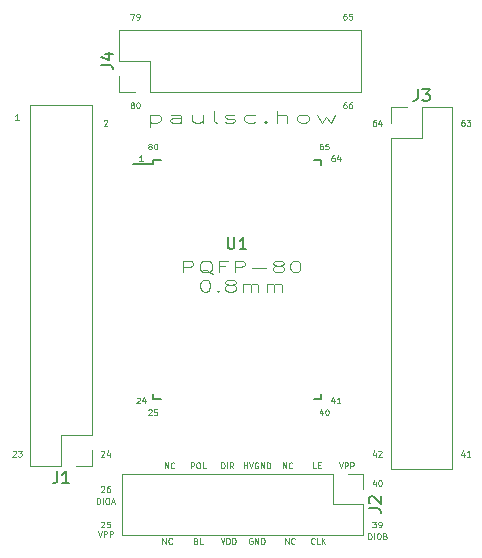
<source format=gbr>
G04 #@! TF.GenerationSoftware,KiCad,Pcbnew,(5.1.2)-2*
G04 #@! TF.CreationDate,2019-08-20T02:28:55-06:00*
G04 #@! TF.ProjectId,pqfp_80_breakout,70716670-5f38-4305-9f62-7265616b6f75,rev?*
G04 #@! TF.SameCoordinates,Original*
G04 #@! TF.FileFunction,Legend,Top*
G04 #@! TF.FilePolarity,Positive*
%FSLAX46Y46*%
G04 Gerber Fmt 4.6, Leading zero omitted, Abs format (unit mm)*
G04 Created by KiCad (PCBNEW (5.1.2)-2) date 2019-08-20 02:28:55*
%MOMM*%
%LPD*%
G04 APERTURE LIST*
%ADD10C,0.125000*%
%ADD11C,0.120000*%
%ADD12C,0.150000*%
G04 APERTURE END LIST*
D10*
X154507142Y-90226190D02*
X154507142Y-89726190D01*
X154792857Y-90226190D01*
X154792857Y-89726190D01*
X155316666Y-90178571D02*
X155292857Y-90202380D01*
X155221428Y-90226190D01*
X155173809Y-90226190D01*
X155102380Y-90202380D01*
X155054761Y-90154761D01*
X155030952Y-90107142D01*
X155007142Y-90011904D01*
X155007142Y-89940476D01*
X155030952Y-89845238D01*
X155054761Y-89797619D01*
X155102380Y-89750000D01*
X155173809Y-89726190D01*
X155221428Y-89726190D01*
X155292857Y-89750000D01*
X155316666Y-89773809D01*
X154707142Y-96626190D02*
X154707142Y-96126190D01*
X154992857Y-96626190D01*
X154992857Y-96126190D01*
X155516666Y-96578571D02*
X155492857Y-96602380D01*
X155421428Y-96626190D01*
X155373809Y-96626190D01*
X155302380Y-96602380D01*
X155254761Y-96554761D01*
X155230952Y-96507142D01*
X155207142Y-96411904D01*
X155207142Y-96340476D01*
X155230952Y-96245238D01*
X155254761Y-96197619D01*
X155302380Y-96150000D01*
X155373809Y-96126190D01*
X155421428Y-96126190D01*
X155492857Y-96150000D01*
X155516666Y-96173809D01*
X159233333Y-89726190D02*
X159400000Y-90226190D01*
X159566666Y-89726190D01*
X159733333Y-90226190D02*
X159733333Y-89726190D01*
X159923809Y-89726190D01*
X159971428Y-89750000D01*
X159995238Y-89773809D01*
X160019047Y-89821428D01*
X160019047Y-89892857D01*
X159995238Y-89940476D01*
X159971428Y-89964285D01*
X159923809Y-89988095D01*
X159733333Y-89988095D01*
X160233333Y-90226190D02*
X160233333Y-89726190D01*
X160423809Y-89726190D01*
X160471428Y-89750000D01*
X160495238Y-89773809D01*
X160519047Y-89821428D01*
X160519047Y-89892857D01*
X160495238Y-89940476D01*
X160471428Y-89964285D01*
X160423809Y-89988095D01*
X160233333Y-89988095D01*
X161738095Y-96226190D02*
X161738095Y-95726190D01*
X161857142Y-95726190D01*
X161928571Y-95750000D01*
X161976190Y-95797619D01*
X162000000Y-95845238D01*
X162023809Y-95940476D01*
X162023809Y-96011904D01*
X162000000Y-96107142D01*
X161976190Y-96154761D01*
X161928571Y-96202380D01*
X161857142Y-96226190D01*
X161738095Y-96226190D01*
X162238095Y-96226190D02*
X162238095Y-95726190D01*
X162571428Y-95726190D02*
X162666666Y-95726190D01*
X162714285Y-95750000D01*
X162761904Y-95797619D01*
X162785714Y-95892857D01*
X162785714Y-96059523D01*
X162761904Y-96154761D01*
X162714285Y-96202380D01*
X162666666Y-96226190D01*
X162571428Y-96226190D01*
X162523809Y-96202380D01*
X162476190Y-96154761D01*
X162452380Y-96059523D01*
X162452380Y-95892857D01*
X162476190Y-95797619D01*
X162523809Y-95750000D01*
X162571428Y-95726190D01*
X163166666Y-95964285D02*
X163238095Y-95988095D01*
X163261904Y-96011904D01*
X163285714Y-96059523D01*
X163285714Y-96130952D01*
X163261904Y-96178571D01*
X163238095Y-96202380D01*
X163190476Y-96226190D01*
X163000000Y-96226190D01*
X163000000Y-95726190D01*
X163166666Y-95726190D01*
X163214285Y-95750000D01*
X163238095Y-95773809D01*
X163261904Y-95821428D01*
X163261904Y-95869047D01*
X163238095Y-95916666D01*
X163214285Y-95940476D01*
X163166666Y-95964285D01*
X163000000Y-95964285D01*
X157328571Y-90226190D02*
X157090476Y-90226190D01*
X157090476Y-89726190D01*
X157495238Y-89964285D02*
X157661904Y-89964285D01*
X157733333Y-90226190D02*
X157495238Y-90226190D01*
X157495238Y-89726190D01*
X157733333Y-89726190D01*
X157202380Y-96578571D02*
X157178571Y-96602380D01*
X157107142Y-96626190D01*
X157059523Y-96626190D01*
X156988095Y-96602380D01*
X156940476Y-96554761D01*
X156916666Y-96507142D01*
X156892857Y-96411904D01*
X156892857Y-96340476D01*
X156916666Y-96245238D01*
X156940476Y-96197619D01*
X156988095Y-96150000D01*
X157059523Y-96126190D01*
X157107142Y-96126190D01*
X157178571Y-96150000D01*
X157202380Y-96173809D01*
X157654761Y-96626190D02*
X157416666Y-96626190D01*
X157416666Y-96126190D01*
X157821428Y-96626190D02*
X157821428Y-96126190D01*
X158107142Y-96626190D02*
X157892857Y-96340476D01*
X158107142Y-96126190D02*
X157821428Y-96411904D01*
X144507142Y-90226190D02*
X144507142Y-89726190D01*
X144792857Y-90226190D01*
X144792857Y-89726190D01*
X145316666Y-90178571D02*
X145292857Y-90202380D01*
X145221428Y-90226190D01*
X145173809Y-90226190D01*
X145102380Y-90202380D01*
X145054761Y-90154761D01*
X145030952Y-90107142D01*
X145007142Y-90011904D01*
X145007142Y-89940476D01*
X145030952Y-89845238D01*
X145054761Y-89797619D01*
X145102380Y-89750000D01*
X145173809Y-89726190D01*
X145221428Y-89726190D01*
X145292857Y-89750000D01*
X145316666Y-89773809D01*
X144307142Y-96626190D02*
X144307142Y-96126190D01*
X144592857Y-96626190D01*
X144592857Y-96126190D01*
X145116666Y-96578571D02*
X145092857Y-96602380D01*
X145021428Y-96626190D01*
X144973809Y-96626190D01*
X144902380Y-96602380D01*
X144854761Y-96554761D01*
X144830952Y-96507142D01*
X144807142Y-96411904D01*
X144807142Y-96340476D01*
X144830952Y-96245238D01*
X144854761Y-96197619D01*
X144902380Y-96150000D01*
X144973809Y-96126190D01*
X145021428Y-96126190D01*
X145092857Y-96150000D01*
X145116666Y-96173809D01*
X151180952Y-90226190D02*
X151180952Y-89726190D01*
X151180952Y-89964285D02*
X151466666Y-89964285D01*
X151466666Y-90226190D02*
X151466666Y-89726190D01*
X151633333Y-89726190D02*
X151800000Y-90226190D01*
X151966666Y-89726190D01*
X152395238Y-89750000D02*
X152347619Y-89726190D01*
X152276190Y-89726190D01*
X152204761Y-89750000D01*
X152157142Y-89797619D01*
X152133333Y-89845238D01*
X152109523Y-89940476D01*
X152109523Y-90011904D01*
X152133333Y-90107142D01*
X152157142Y-90154761D01*
X152204761Y-90202380D01*
X152276190Y-90226190D01*
X152323809Y-90226190D01*
X152395238Y-90202380D01*
X152419047Y-90178571D01*
X152419047Y-90011904D01*
X152323809Y-90011904D01*
X152633333Y-90226190D02*
X152633333Y-89726190D01*
X152919047Y-90226190D01*
X152919047Y-89726190D01*
X153157142Y-90226190D02*
X153157142Y-89726190D01*
X153276190Y-89726190D01*
X153347619Y-89750000D01*
X153395238Y-89797619D01*
X153419047Y-89845238D01*
X153442857Y-89940476D01*
X153442857Y-90011904D01*
X153419047Y-90107142D01*
X153395238Y-90154761D01*
X153347619Y-90202380D01*
X153276190Y-90226190D01*
X153157142Y-90226190D01*
X151919047Y-96150000D02*
X151871428Y-96126190D01*
X151800000Y-96126190D01*
X151728571Y-96150000D01*
X151680952Y-96197619D01*
X151657142Y-96245238D01*
X151633333Y-96340476D01*
X151633333Y-96411904D01*
X151657142Y-96507142D01*
X151680952Y-96554761D01*
X151728571Y-96602380D01*
X151800000Y-96626190D01*
X151847619Y-96626190D01*
X151919047Y-96602380D01*
X151942857Y-96578571D01*
X151942857Y-96411904D01*
X151847619Y-96411904D01*
X152157142Y-96626190D02*
X152157142Y-96126190D01*
X152442857Y-96626190D01*
X152442857Y-96126190D01*
X152680952Y-96626190D02*
X152680952Y-96126190D01*
X152800000Y-96126190D01*
X152871428Y-96150000D01*
X152919047Y-96197619D01*
X152942857Y-96245238D01*
X152966666Y-96340476D01*
X152966666Y-96411904D01*
X152942857Y-96507142D01*
X152919047Y-96554761D01*
X152871428Y-96602380D01*
X152800000Y-96626190D01*
X152680952Y-96626190D01*
X149300000Y-90226190D02*
X149300000Y-89726190D01*
X149419047Y-89726190D01*
X149490476Y-89750000D01*
X149538095Y-89797619D01*
X149561904Y-89845238D01*
X149585714Y-89940476D01*
X149585714Y-90011904D01*
X149561904Y-90107142D01*
X149538095Y-90154761D01*
X149490476Y-90202380D01*
X149419047Y-90226190D01*
X149300000Y-90226190D01*
X149800000Y-90226190D02*
X149800000Y-89726190D01*
X150323809Y-90226190D02*
X150157142Y-89988095D01*
X150038095Y-90226190D02*
X150038095Y-89726190D01*
X150228571Y-89726190D01*
X150276190Y-89750000D01*
X150300000Y-89773809D01*
X150323809Y-89821428D01*
X150323809Y-89892857D01*
X150300000Y-89940476D01*
X150276190Y-89964285D01*
X150228571Y-89988095D01*
X150038095Y-89988095D01*
X149233333Y-96126190D02*
X149400000Y-96626190D01*
X149566666Y-96126190D01*
X149733333Y-96626190D02*
X149733333Y-96126190D01*
X149852380Y-96126190D01*
X149923809Y-96150000D01*
X149971428Y-96197619D01*
X149995238Y-96245238D01*
X150019047Y-96340476D01*
X150019047Y-96411904D01*
X149995238Y-96507142D01*
X149971428Y-96554761D01*
X149923809Y-96602380D01*
X149852380Y-96626190D01*
X149733333Y-96626190D01*
X150233333Y-96626190D02*
X150233333Y-96126190D01*
X150352380Y-96126190D01*
X150423809Y-96150000D01*
X150471428Y-96197619D01*
X150495238Y-96245238D01*
X150519047Y-96340476D01*
X150519047Y-96411904D01*
X150495238Y-96507142D01*
X150471428Y-96554761D01*
X150423809Y-96602380D01*
X150352380Y-96626190D01*
X150233333Y-96626190D01*
X146704761Y-90226190D02*
X146704761Y-89726190D01*
X146895238Y-89726190D01*
X146942857Y-89750000D01*
X146966666Y-89773809D01*
X146990476Y-89821428D01*
X146990476Y-89892857D01*
X146966666Y-89940476D01*
X146942857Y-89964285D01*
X146895238Y-89988095D01*
X146704761Y-89988095D01*
X147300000Y-89726190D02*
X147395238Y-89726190D01*
X147442857Y-89750000D01*
X147490476Y-89797619D01*
X147514285Y-89892857D01*
X147514285Y-90059523D01*
X147490476Y-90154761D01*
X147442857Y-90202380D01*
X147395238Y-90226190D01*
X147300000Y-90226190D01*
X147252380Y-90202380D01*
X147204761Y-90154761D01*
X147180952Y-90059523D01*
X147180952Y-89892857D01*
X147204761Y-89797619D01*
X147252380Y-89750000D01*
X147300000Y-89726190D01*
X147966666Y-90226190D02*
X147728571Y-90226190D01*
X147728571Y-89726190D01*
X147133333Y-96364285D02*
X147204761Y-96388095D01*
X147228571Y-96411904D01*
X147252380Y-96459523D01*
X147252380Y-96530952D01*
X147228571Y-96578571D01*
X147204761Y-96602380D01*
X147157142Y-96626190D01*
X146966666Y-96626190D01*
X146966666Y-96126190D01*
X147133333Y-96126190D01*
X147180952Y-96150000D01*
X147204761Y-96173809D01*
X147228571Y-96221428D01*
X147228571Y-96269047D01*
X147204761Y-96316666D01*
X147180952Y-96340476D01*
X147133333Y-96364285D01*
X146966666Y-96364285D01*
X147704761Y-96626190D02*
X147466666Y-96626190D01*
X147466666Y-96126190D01*
X138773809Y-93226190D02*
X138773809Y-92726190D01*
X138892857Y-92726190D01*
X138964285Y-92750000D01*
X139011904Y-92797619D01*
X139035714Y-92845238D01*
X139059523Y-92940476D01*
X139059523Y-93011904D01*
X139035714Y-93107142D01*
X139011904Y-93154761D01*
X138964285Y-93202380D01*
X138892857Y-93226190D01*
X138773809Y-93226190D01*
X139273809Y-93226190D02*
X139273809Y-92726190D01*
X139607142Y-92726190D02*
X139702380Y-92726190D01*
X139750000Y-92750000D01*
X139797619Y-92797619D01*
X139821428Y-92892857D01*
X139821428Y-93059523D01*
X139797619Y-93154761D01*
X139750000Y-93202380D01*
X139702380Y-93226190D01*
X139607142Y-93226190D01*
X139559523Y-93202380D01*
X139511904Y-93154761D01*
X139488095Y-93059523D01*
X139488095Y-92892857D01*
X139511904Y-92797619D01*
X139559523Y-92750000D01*
X139607142Y-92726190D01*
X140011904Y-93083333D02*
X140250000Y-93083333D01*
X139964285Y-93226190D02*
X140130952Y-92726190D01*
X140297619Y-93226190D01*
X138833333Y-95526190D02*
X139000000Y-96026190D01*
X139166666Y-95526190D01*
X139333333Y-96026190D02*
X139333333Y-95526190D01*
X139523809Y-95526190D01*
X139571428Y-95550000D01*
X139595238Y-95573809D01*
X139619047Y-95621428D01*
X139619047Y-95692857D01*
X139595238Y-95740476D01*
X139571428Y-95764285D01*
X139523809Y-95788095D01*
X139333333Y-95788095D01*
X139833333Y-96026190D02*
X139833333Y-95526190D01*
X140023809Y-95526190D01*
X140071428Y-95550000D01*
X140095238Y-95573809D01*
X140119047Y-95621428D01*
X140119047Y-95692857D01*
X140095238Y-95740476D01*
X140071428Y-95764285D01*
X140023809Y-95788095D01*
X139833333Y-95788095D01*
X146071428Y-73639880D02*
X146071428Y-72639880D01*
X146642857Y-72639880D01*
X146785714Y-72687500D01*
X146857142Y-72735119D01*
X146928571Y-72830357D01*
X146928571Y-72973214D01*
X146857142Y-73068452D01*
X146785714Y-73116071D01*
X146642857Y-73163690D01*
X146071428Y-73163690D01*
X148571428Y-73735119D02*
X148428571Y-73687500D01*
X148285714Y-73592261D01*
X148071428Y-73449404D01*
X147928571Y-73401785D01*
X147785714Y-73401785D01*
X147857142Y-73639880D02*
X147714285Y-73592261D01*
X147571428Y-73497023D01*
X147500000Y-73306547D01*
X147500000Y-72973214D01*
X147571428Y-72782738D01*
X147714285Y-72687500D01*
X147857142Y-72639880D01*
X148142857Y-72639880D01*
X148285714Y-72687500D01*
X148428571Y-72782738D01*
X148500000Y-72973214D01*
X148500000Y-73306547D01*
X148428571Y-73497023D01*
X148285714Y-73592261D01*
X148142857Y-73639880D01*
X147857142Y-73639880D01*
X149642857Y-73116071D02*
X149142857Y-73116071D01*
X149142857Y-73639880D02*
X149142857Y-72639880D01*
X149857142Y-72639880D01*
X150428571Y-73639880D02*
X150428571Y-72639880D01*
X151000000Y-72639880D01*
X151142857Y-72687500D01*
X151214285Y-72735119D01*
X151285714Y-72830357D01*
X151285714Y-72973214D01*
X151214285Y-73068452D01*
X151142857Y-73116071D01*
X151000000Y-73163690D01*
X150428571Y-73163690D01*
X151928571Y-73258928D02*
X153071428Y-73258928D01*
X154000000Y-73068452D02*
X153857142Y-73020833D01*
X153785714Y-72973214D01*
X153714285Y-72877976D01*
X153714285Y-72830357D01*
X153785714Y-72735119D01*
X153857142Y-72687500D01*
X154000000Y-72639880D01*
X154285714Y-72639880D01*
X154428571Y-72687500D01*
X154500000Y-72735119D01*
X154571428Y-72830357D01*
X154571428Y-72877976D01*
X154500000Y-72973214D01*
X154428571Y-73020833D01*
X154285714Y-73068452D01*
X154000000Y-73068452D01*
X153857142Y-73116071D01*
X153785714Y-73163690D01*
X153714285Y-73258928D01*
X153714285Y-73449404D01*
X153785714Y-73544642D01*
X153857142Y-73592261D01*
X154000000Y-73639880D01*
X154285714Y-73639880D01*
X154428571Y-73592261D01*
X154500000Y-73544642D01*
X154571428Y-73449404D01*
X154571428Y-73258928D01*
X154500000Y-73163690D01*
X154428571Y-73116071D01*
X154285714Y-73068452D01*
X155500000Y-72639880D02*
X155642857Y-72639880D01*
X155785714Y-72687500D01*
X155857142Y-72735119D01*
X155928571Y-72830357D01*
X156000000Y-73020833D01*
X156000000Y-73258928D01*
X155928571Y-73449404D01*
X155857142Y-73544642D01*
X155785714Y-73592261D01*
X155642857Y-73639880D01*
X155500000Y-73639880D01*
X155357142Y-73592261D01*
X155285714Y-73544642D01*
X155214285Y-73449404D01*
X155142857Y-73258928D01*
X155142857Y-73020833D01*
X155214285Y-72830357D01*
X155285714Y-72735119D01*
X155357142Y-72687500D01*
X155500000Y-72639880D01*
X147857142Y-74264880D02*
X148000000Y-74264880D01*
X148142857Y-74312500D01*
X148214285Y-74360119D01*
X148285714Y-74455357D01*
X148357142Y-74645833D01*
X148357142Y-74883928D01*
X148285714Y-75074404D01*
X148214285Y-75169642D01*
X148142857Y-75217261D01*
X148000000Y-75264880D01*
X147857142Y-75264880D01*
X147714285Y-75217261D01*
X147642857Y-75169642D01*
X147571428Y-75074404D01*
X147500000Y-74883928D01*
X147500000Y-74645833D01*
X147571428Y-74455357D01*
X147642857Y-74360119D01*
X147714285Y-74312500D01*
X147857142Y-74264880D01*
X149000000Y-75169642D02*
X149071428Y-75217261D01*
X149000000Y-75264880D01*
X148928571Y-75217261D01*
X149000000Y-75169642D01*
X149000000Y-75264880D01*
X149928571Y-74693452D02*
X149785714Y-74645833D01*
X149714285Y-74598214D01*
X149642857Y-74502976D01*
X149642857Y-74455357D01*
X149714285Y-74360119D01*
X149785714Y-74312500D01*
X149928571Y-74264880D01*
X150214285Y-74264880D01*
X150357142Y-74312500D01*
X150428571Y-74360119D01*
X150500000Y-74455357D01*
X150500000Y-74502976D01*
X150428571Y-74598214D01*
X150357142Y-74645833D01*
X150214285Y-74693452D01*
X149928571Y-74693452D01*
X149785714Y-74741071D01*
X149714285Y-74788690D01*
X149642857Y-74883928D01*
X149642857Y-75074404D01*
X149714285Y-75169642D01*
X149785714Y-75217261D01*
X149928571Y-75264880D01*
X150214285Y-75264880D01*
X150357142Y-75217261D01*
X150428571Y-75169642D01*
X150500000Y-75074404D01*
X150500000Y-74883928D01*
X150428571Y-74788690D01*
X150357142Y-74741071D01*
X150214285Y-74693452D01*
X151142857Y-75264880D02*
X151142857Y-74598214D01*
X151142857Y-74693452D02*
X151214285Y-74645833D01*
X151357142Y-74598214D01*
X151571428Y-74598214D01*
X151714285Y-74645833D01*
X151785714Y-74741071D01*
X151785714Y-75264880D01*
X151785714Y-74741071D02*
X151857142Y-74645833D01*
X152000000Y-74598214D01*
X152214285Y-74598214D01*
X152357142Y-74645833D01*
X152428571Y-74741071D01*
X152428571Y-75264880D01*
X153142857Y-75264880D02*
X153142857Y-74598214D01*
X153142857Y-74693452D02*
X153214285Y-74645833D01*
X153357142Y-74598214D01*
X153571428Y-74598214D01*
X153714285Y-74645833D01*
X153785714Y-74741071D01*
X153785714Y-75264880D01*
X153785714Y-74741071D02*
X153857142Y-74645833D01*
X154000000Y-74598214D01*
X154214285Y-74598214D01*
X154357142Y-74645833D01*
X154428571Y-74741071D01*
X154428571Y-75264880D01*
X143238095Y-60285714D02*
X143238095Y-61285714D01*
X143238095Y-60333333D02*
X143428571Y-60285714D01*
X143809523Y-60285714D01*
X144000000Y-60333333D01*
X144095238Y-60380952D01*
X144190476Y-60476190D01*
X144190476Y-60761904D01*
X144095238Y-60857142D01*
X144000000Y-60904761D01*
X143809523Y-60952380D01*
X143428571Y-60952380D01*
X143238095Y-60904761D01*
X145904761Y-60952380D02*
X145904761Y-60428571D01*
X145809523Y-60333333D01*
X145619047Y-60285714D01*
X145238095Y-60285714D01*
X145047619Y-60333333D01*
X145904761Y-60904761D02*
X145714285Y-60952380D01*
X145238095Y-60952380D01*
X145047619Y-60904761D01*
X144952380Y-60809523D01*
X144952380Y-60714285D01*
X145047619Y-60619047D01*
X145238095Y-60571428D01*
X145714285Y-60571428D01*
X145904761Y-60523809D01*
X147714285Y-60285714D02*
X147714285Y-60952380D01*
X146857142Y-60285714D02*
X146857142Y-60809523D01*
X146952380Y-60904761D01*
X147142857Y-60952380D01*
X147428571Y-60952380D01*
X147619047Y-60904761D01*
X147714285Y-60857142D01*
X148952380Y-60952380D02*
X148761904Y-60904761D01*
X148666666Y-60809523D01*
X148666666Y-59952380D01*
X149619047Y-60904761D02*
X149809523Y-60952380D01*
X150190476Y-60952380D01*
X150380952Y-60904761D01*
X150476190Y-60809523D01*
X150476190Y-60761904D01*
X150380952Y-60666666D01*
X150190476Y-60619047D01*
X149904761Y-60619047D01*
X149714285Y-60571428D01*
X149619047Y-60476190D01*
X149619047Y-60428571D01*
X149714285Y-60333333D01*
X149904761Y-60285714D01*
X150190476Y-60285714D01*
X150380952Y-60333333D01*
X152190476Y-60904761D02*
X152000000Y-60952380D01*
X151619047Y-60952380D01*
X151428571Y-60904761D01*
X151333333Y-60857142D01*
X151238095Y-60761904D01*
X151238095Y-60476190D01*
X151333333Y-60380952D01*
X151428571Y-60333333D01*
X151619047Y-60285714D01*
X152000000Y-60285714D01*
X152190476Y-60333333D01*
X153047619Y-60857142D02*
X153142857Y-60904761D01*
X153047619Y-60952380D01*
X152952380Y-60904761D01*
X153047619Y-60857142D01*
X153047619Y-60952380D01*
X154000000Y-60952380D02*
X154000000Y-59952380D01*
X154857142Y-60952380D02*
X154857142Y-60428571D01*
X154761904Y-60333333D01*
X154571428Y-60285714D01*
X154285714Y-60285714D01*
X154095238Y-60333333D01*
X154000000Y-60380952D01*
X156095238Y-60952380D02*
X155904761Y-60904761D01*
X155809523Y-60857142D01*
X155714285Y-60761904D01*
X155714285Y-60476190D01*
X155809523Y-60380952D01*
X155904761Y-60333333D01*
X156095238Y-60285714D01*
X156380952Y-60285714D01*
X156571428Y-60333333D01*
X156666666Y-60380952D01*
X156761904Y-60476190D01*
X156761904Y-60761904D01*
X156666666Y-60857142D01*
X156571428Y-60904761D01*
X156380952Y-60952380D01*
X156095238Y-60952380D01*
X157428571Y-60285714D02*
X157809523Y-60952380D01*
X158190476Y-60476190D01*
X158571428Y-60952380D01*
X158952380Y-60285714D01*
X141595238Y-51726190D02*
X141928571Y-51726190D01*
X141714285Y-52226190D01*
X142142857Y-52226190D02*
X142238095Y-52226190D01*
X142285714Y-52202380D01*
X142309523Y-52178571D01*
X142357142Y-52107142D01*
X142380952Y-52011904D01*
X142380952Y-51821428D01*
X142357142Y-51773809D01*
X142333333Y-51750000D01*
X142285714Y-51726190D01*
X142190476Y-51726190D01*
X142142857Y-51750000D01*
X142119047Y-51773809D01*
X142095238Y-51821428D01*
X142095238Y-51940476D01*
X142119047Y-51988095D01*
X142142857Y-52011904D01*
X142190476Y-52035714D01*
X142285714Y-52035714D01*
X142333333Y-52011904D01*
X142357142Y-51988095D01*
X142380952Y-51940476D01*
X141714285Y-59440476D02*
X141666666Y-59416666D01*
X141642857Y-59392857D01*
X141619047Y-59345238D01*
X141619047Y-59321428D01*
X141642857Y-59273809D01*
X141666666Y-59250000D01*
X141714285Y-59226190D01*
X141809523Y-59226190D01*
X141857142Y-59250000D01*
X141880952Y-59273809D01*
X141904761Y-59321428D01*
X141904761Y-59345238D01*
X141880952Y-59392857D01*
X141857142Y-59416666D01*
X141809523Y-59440476D01*
X141714285Y-59440476D01*
X141666666Y-59464285D01*
X141642857Y-59488095D01*
X141619047Y-59535714D01*
X141619047Y-59630952D01*
X141642857Y-59678571D01*
X141666666Y-59702380D01*
X141714285Y-59726190D01*
X141809523Y-59726190D01*
X141857142Y-59702380D01*
X141880952Y-59678571D01*
X141904761Y-59630952D01*
X141904761Y-59535714D01*
X141880952Y-59488095D01*
X141857142Y-59464285D01*
X141809523Y-59440476D01*
X142214285Y-59226190D02*
X142261904Y-59226190D01*
X142309523Y-59250000D01*
X142333333Y-59273809D01*
X142357142Y-59321428D01*
X142380952Y-59416666D01*
X142380952Y-59535714D01*
X142357142Y-59630952D01*
X142333333Y-59678571D01*
X142309523Y-59702380D01*
X142261904Y-59726190D01*
X142214285Y-59726190D01*
X142166666Y-59702380D01*
X142142857Y-59678571D01*
X142119047Y-59630952D01*
X142095238Y-59535714D01*
X142095238Y-59416666D01*
X142119047Y-59321428D01*
X142142857Y-59273809D01*
X142166666Y-59250000D01*
X142214285Y-59226190D01*
X159857142Y-51726190D02*
X159761904Y-51726190D01*
X159714285Y-51750000D01*
X159690476Y-51773809D01*
X159642857Y-51845238D01*
X159619047Y-51940476D01*
X159619047Y-52130952D01*
X159642857Y-52178571D01*
X159666666Y-52202380D01*
X159714285Y-52226190D01*
X159809523Y-52226190D01*
X159857142Y-52202380D01*
X159880952Y-52178571D01*
X159904761Y-52130952D01*
X159904761Y-52011904D01*
X159880952Y-51964285D01*
X159857142Y-51940476D01*
X159809523Y-51916666D01*
X159714285Y-51916666D01*
X159666666Y-51940476D01*
X159642857Y-51964285D01*
X159619047Y-52011904D01*
X160357142Y-51726190D02*
X160119047Y-51726190D01*
X160095238Y-51964285D01*
X160119047Y-51940476D01*
X160166666Y-51916666D01*
X160285714Y-51916666D01*
X160333333Y-51940476D01*
X160357142Y-51964285D01*
X160380952Y-52011904D01*
X160380952Y-52130952D01*
X160357142Y-52178571D01*
X160333333Y-52202380D01*
X160285714Y-52226190D01*
X160166666Y-52226190D01*
X160119047Y-52202380D01*
X160095238Y-52178571D01*
X159857142Y-59226190D02*
X159761904Y-59226190D01*
X159714285Y-59250000D01*
X159690476Y-59273809D01*
X159642857Y-59345238D01*
X159619047Y-59440476D01*
X159619047Y-59630952D01*
X159642857Y-59678571D01*
X159666666Y-59702380D01*
X159714285Y-59726190D01*
X159809523Y-59726190D01*
X159857142Y-59702380D01*
X159880952Y-59678571D01*
X159904761Y-59630952D01*
X159904761Y-59511904D01*
X159880952Y-59464285D01*
X159857142Y-59440476D01*
X159809523Y-59416666D01*
X159714285Y-59416666D01*
X159666666Y-59440476D01*
X159642857Y-59464285D01*
X159619047Y-59511904D01*
X160333333Y-59226190D02*
X160238095Y-59226190D01*
X160190476Y-59250000D01*
X160166666Y-59273809D01*
X160119047Y-59345238D01*
X160095238Y-59440476D01*
X160095238Y-59630952D01*
X160119047Y-59678571D01*
X160142857Y-59702380D01*
X160190476Y-59726190D01*
X160285714Y-59726190D01*
X160333333Y-59702380D01*
X160357142Y-59678571D01*
X160380952Y-59630952D01*
X160380952Y-59511904D01*
X160357142Y-59464285D01*
X160333333Y-59440476D01*
X160285714Y-59416666D01*
X160190476Y-59416666D01*
X160142857Y-59440476D01*
X160119047Y-59464285D01*
X160095238Y-59511904D01*
X162357142Y-60726190D02*
X162261904Y-60726190D01*
X162214285Y-60750000D01*
X162190476Y-60773809D01*
X162142857Y-60845238D01*
X162119047Y-60940476D01*
X162119047Y-61130952D01*
X162142857Y-61178571D01*
X162166666Y-61202380D01*
X162214285Y-61226190D01*
X162309523Y-61226190D01*
X162357142Y-61202380D01*
X162380952Y-61178571D01*
X162404761Y-61130952D01*
X162404761Y-61011904D01*
X162380952Y-60964285D01*
X162357142Y-60940476D01*
X162309523Y-60916666D01*
X162214285Y-60916666D01*
X162166666Y-60940476D01*
X162142857Y-60964285D01*
X162119047Y-61011904D01*
X162833333Y-60892857D02*
X162833333Y-61226190D01*
X162714285Y-60702380D02*
X162595238Y-61059523D01*
X162904761Y-61059523D01*
X169857142Y-60726190D02*
X169761904Y-60726190D01*
X169714285Y-60750000D01*
X169690476Y-60773809D01*
X169642857Y-60845238D01*
X169619047Y-60940476D01*
X169619047Y-61130952D01*
X169642857Y-61178571D01*
X169666666Y-61202380D01*
X169714285Y-61226190D01*
X169809523Y-61226190D01*
X169857142Y-61202380D01*
X169880952Y-61178571D01*
X169904761Y-61130952D01*
X169904761Y-61011904D01*
X169880952Y-60964285D01*
X169857142Y-60940476D01*
X169809523Y-60916666D01*
X169714285Y-60916666D01*
X169666666Y-60940476D01*
X169642857Y-60964285D01*
X169619047Y-61011904D01*
X170071428Y-60726190D02*
X170380952Y-60726190D01*
X170214285Y-60916666D01*
X170285714Y-60916666D01*
X170333333Y-60940476D01*
X170357142Y-60964285D01*
X170380952Y-61011904D01*
X170380952Y-61130952D01*
X170357142Y-61178571D01*
X170333333Y-61202380D01*
X170285714Y-61226190D01*
X170142857Y-61226190D01*
X170095238Y-61202380D01*
X170071428Y-61178571D01*
X162357142Y-88892857D02*
X162357142Y-89226190D01*
X162238095Y-88702380D02*
X162119047Y-89059523D01*
X162428571Y-89059523D01*
X162595238Y-88773809D02*
X162619047Y-88750000D01*
X162666666Y-88726190D01*
X162785714Y-88726190D01*
X162833333Y-88750000D01*
X162857142Y-88773809D01*
X162880952Y-88821428D01*
X162880952Y-88869047D01*
X162857142Y-88940476D01*
X162571428Y-89226190D01*
X162880952Y-89226190D01*
X169857142Y-88892857D02*
X169857142Y-89226190D01*
X169738095Y-88702380D02*
X169619047Y-89059523D01*
X169928571Y-89059523D01*
X170380952Y-89226190D02*
X170095238Y-89226190D01*
X170238095Y-89226190D02*
X170238095Y-88726190D01*
X170190476Y-88797619D01*
X170142857Y-88845238D01*
X170095238Y-88869047D01*
X162095238Y-94726190D02*
X162404761Y-94726190D01*
X162238095Y-94916666D01*
X162309523Y-94916666D01*
X162357142Y-94940476D01*
X162380952Y-94964285D01*
X162404761Y-95011904D01*
X162404761Y-95130952D01*
X162380952Y-95178571D01*
X162357142Y-95202380D01*
X162309523Y-95226190D01*
X162166666Y-95226190D01*
X162119047Y-95202380D01*
X162095238Y-95178571D01*
X162642857Y-95226190D02*
X162738095Y-95226190D01*
X162785714Y-95202380D01*
X162809523Y-95178571D01*
X162857142Y-95107142D01*
X162880952Y-95011904D01*
X162880952Y-94821428D01*
X162857142Y-94773809D01*
X162833333Y-94750000D01*
X162785714Y-94726190D01*
X162690476Y-94726190D01*
X162642857Y-94750000D01*
X162619047Y-94773809D01*
X162595238Y-94821428D01*
X162595238Y-94940476D01*
X162619047Y-94988095D01*
X162642857Y-95011904D01*
X162690476Y-95035714D01*
X162785714Y-95035714D01*
X162833333Y-95011904D01*
X162857142Y-94988095D01*
X162880952Y-94940476D01*
X162357142Y-91392857D02*
X162357142Y-91726190D01*
X162238095Y-91202380D02*
X162119047Y-91559523D01*
X162428571Y-91559523D01*
X162714285Y-91226190D02*
X162761904Y-91226190D01*
X162809523Y-91250000D01*
X162833333Y-91273809D01*
X162857142Y-91321428D01*
X162880952Y-91416666D01*
X162880952Y-91535714D01*
X162857142Y-91630952D01*
X162833333Y-91678571D01*
X162809523Y-91702380D01*
X162761904Y-91726190D01*
X162714285Y-91726190D01*
X162666666Y-91702380D01*
X162642857Y-91678571D01*
X162619047Y-91630952D01*
X162595238Y-91535714D01*
X162595238Y-91416666D01*
X162619047Y-91321428D01*
X162642857Y-91273809D01*
X162666666Y-91250000D01*
X162714285Y-91226190D01*
X139119047Y-94773809D02*
X139142857Y-94750000D01*
X139190476Y-94726190D01*
X139309523Y-94726190D01*
X139357142Y-94750000D01*
X139380952Y-94773809D01*
X139404761Y-94821428D01*
X139404761Y-94869047D01*
X139380952Y-94940476D01*
X139095238Y-95226190D01*
X139404761Y-95226190D01*
X139857142Y-94726190D02*
X139619047Y-94726190D01*
X139595238Y-94964285D01*
X139619047Y-94940476D01*
X139666666Y-94916666D01*
X139785714Y-94916666D01*
X139833333Y-94940476D01*
X139857142Y-94964285D01*
X139880952Y-95011904D01*
X139880952Y-95130952D01*
X139857142Y-95178571D01*
X139833333Y-95202380D01*
X139785714Y-95226190D01*
X139666666Y-95226190D01*
X139619047Y-95202380D01*
X139595238Y-95178571D01*
X139119047Y-91773809D02*
X139142857Y-91750000D01*
X139190476Y-91726190D01*
X139309523Y-91726190D01*
X139357142Y-91750000D01*
X139380952Y-91773809D01*
X139404761Y-91821428D01*
X139404761Y-91869047D01*
X139380952Y-91940476D01*
X139095238Y-92226190D01*
X139404761Y-92226190D01*
X139833333Y-91726190D02*
X139738095Y-91726190D01*
X139690476Y-91750000D01*
X139666666Y-91773809D01*
X139619047Y-91845238D01*
X139595238Y-91940476D01*
X139595238Y-92130952D01*
X139619047Y-92178571D01*
X139642857Y-92202380D01*
X139690476Y-92226190D01*
X139785714Y-92226190D01*
X139833333Y-92202380D01*
X139857142Y-92178571D01*
X139880952Y-92130952D01*
X139880952Y-92011904D01*
X139857142Y-91964285D01*
X139833333Y-91940476D01*
X139785714Y-91916666D01*
X139690476Y-91916666D01*
X139642857Y-91940476D01*
X139619047Y-91964285D01*
X139595238Y-92011904D01*
X139119047Y-88773809D02*
X139142857Y-88750000D01*
X139190476Y-88726190D01*
X139309523Y-88726190D01*
X139357142Y-88750000D01*
X139380952Y-88773809D01*
X139404761Y-88821428D01*
X139404761Y-88869047D01*
X139380952Y-88940476D01*
X139095238Y-89226190D01*
X139404761Y-89226190D01*
X139833333Y-88892857D02*
X139833333Y-89226190D01*
X139714285Y-88702380D02*
X139595238Y-89059523D01*
X139904761Y-89059523D01*
X131619047Y-88773809D02*
X131642857Y-88750000D01*
X131690476Y-88726190D01*
X131809523Y-88726190D01*
X131857142Y-88750000D01*
X131880952Y-88773809D01*
X131904761Y-88821428D01*
X131904761Y-88869047D01*
X131880952Y-88940476D01*
X131595238Y-89226190D01*
X131904761Y-89226190D01*
X132071428Y-88726190D02*
X132380952Y-88726190D01*
X132214285Y-88916666D01*
X132285714Y-88916666D01*
X132333333Y-88940476D01*
X132357142Y-88964285D01*
X132380952Y-89011904D01*
X132380952Y-89130952D01*
X132357142Y-89178571D01*
X132333333Y-89202380D01*
X132285714Y-89226190D01*
X132142857Y-89226190D01*
X132095238Y-89202380D01*
X132071428Y-89178571D01*
X139357142Y-60773809D02*
X139380952Y-60750000D01*
X139428571Y-60726190D01*
X139547619Y-60726190D01*
X139595238Y-60750000D01*
X139619047Y-60773809D01*
X139642857Y-60821428D01*
X139642857Y-60869047D01*
X139619047Y-60940476D01*
X139333333Y-61226190D01*
X139642857Y-61226190D01*
X132142857Y-60726190D02*
X131857142Y-60726190D01*
X132000000Y-60726190D02*
X132000000Y-60226190D01*
X131952380Y-60297619D01*
X131904761Y-60345238D01*
X131857142Y-60369047D01*
X142119047Y-84273809D02*
X142142857Y-84250000D01*
X142190476Y-84226190D01*
X142309523Y-84226190D01*
X142357142Y-84250000D01*
X142380952Y-84273809D01*
X142404761Y-84321428D01*
X142404761Y-84369047D01*
X142380952Y-84440476D01*
X142095238Y-84726190D01*
X142404761Y-84726190D01*
X142833333Y-84392857D02*
X142833333Y-84726190D01*
X142714285Y-84202380D02*
X142595238Y-84559523D01*
X142904761Y-84559523D01*
X143119047Y-85273809D02*
X143142857Y-85250000D01*
X143190476Y-85226190D01*
X143309523Y-85226190D01*
X143357142Y-85250000D01*
X143380952Y-85273809D01*
X143404761Y-85321428D01*
X143404761Y-85369047D01*
X143380952Y-85440476D01*
X143095238Y-85726190D01*
X143404761Y-85726190D01*
X143857142Y-85226190D02*
X143619047Y-85226190D01*
X143595238Y-85464285D01*
X143619047Y-85440476D01*
X143666666Y-85416666D01*
X143785714Y-85416666D01*
X143833333Y-85440476D01*
X143857142Y-85464285D01*
X143880952Y-85511904D01*
X143880952Y-85630952D01*
X143857142Y-85678571D01*
X143833333Y-85702380D01*
X143785714Y-85726190D01*
X143666666Y-85726190D01*
X143619047Y-85702380D01*
X143595238Y-85678571D01*
X157857142Y-85392857D02*
X157857142Y-85726190D01*
X157738095Y-85202380D02*
X157619047Y-85559523D01*
X157928571Y-85559523D01*
X158214285Y-85226190D02*
X158261904Y-85226190D01*
X158309523Y-85250000D01*
X158333333Y-85273809D01*
X158357142Y-85321428D01*
X158380952Y-85416666D01*
X158380952Y-85535714D01*
X158357142Y-85630952D01*
X158333333Y-85678571D01*
X158309523Y-85702380D01*
X158261904Y-85726190D01*
X158214285Y-85726190D01*
X158166666Y-85702380D01*
X158142857Y-85678571D01*
X158119047Y-85630952D01*
X158095238Y-85535714D01*
X158095238Y-85416666D01*
X158119047Y-85321428D01*
X158142857Y-85273809D01*
X158166666Y-85250000D01*
X158214285Y-85226190D01*
X158857142Y-84392857D02*
X158857142Y-84726190D01*
X158738095Y-84202380D02*
X158619047Y-84559523D01*
X158928571Y-84559523D01*
X159380952Y-84726190D02*
X159095238Y-84726190D01*
X159238095Y-84726190D02*
X159238095Y-84226190D01*
X159190476Y-84297619D01*
X159142857Y-84345238D01*
X159095238Y-84369047D01*
X158857142Y-63726190D02*
X158761904Y-63726190D01*
X158714285Y-63750000D01*
X158690476Y-63773809D01*
X158642857Y-63845238D01*
X158619047Y-63940476D01*
X158619047Y-64130952D01*
X158642857Y-64178571D01*
X158666666Y-64202380D01*
X158714285Y-64226190D01*
X158809523Y-64226190D01*
X158857142Y-64202380D01*
X158880952Y-64178571D01*
X158904761Y-64130952D01*
X158904761Y-64011904D01*
X158880952Y-63964285D01*
X158857142Y-63940476D01*
X158809523Y-63916666D01*
X158714285Y-63916666D01*
X158666666Y-63940476D01*
X158642857Y-63964285D01*
X158619047Y-64011904D01*
X159333333Y-63892857D02*
X159333333Y-64226190D01*
X159214285Y-63702380D02*
X159095238Y-64059523D01*
X159404761Y-64059523D01*
X157857142Y-62726190D02*
X157761904Y-62726190D01*
X157714285Y-62750000D01*
X157690476Y-62773809D01*
X157642857Y-62845238D01*
X157619047Y-62940476D01*
X157619047Y-63130952D01*
X157642857Y-63178571D01*
X157666666Y-63202380D01*
X157714285Y-63226190D01*
X157809523Y-63226190D01*
X157857142Y-63202380D01*
X157880952Y-63178571D01*
X157904761Y-63130952D01*
X157904761Y-63011904D01*
X157880952Y-62964285D01*
X157857142Y-62940476D01*
X157809523Y-62916666D01*
X157714285Y-62916666D01*
X157666666Y-62940476D01*
X157642857Y-62964285D01*
X157619047Y-63011904D01*
X158357142Y-62726190D02*
X158119047Y-62726190D01*
X158095238Y-62964285D01*
X158119047Y-62940476D01*
X158166666Y-62916666D01*
X158285714Y-62916666D01*
X158333333Y-62940476D01*
X158357142Y-62964285D01*
X158380952Y-63011904D01*
X158380952Y-63130952D01*
X158357142Y-63178571D01*
X158333333Y-63202380D01*
X158285714Y-63226190D01*
X158166666Y-63226190D01*
X158119047Y-63202380D01*
X158095238Y-63178571D01*
X143214285Y-62940476D02*
X143166666Y-62916666D01*
X143142857Y-62892857D01*
X143119047Y-62845238D01*
X143119047Y-62821428D01*
X143142857Y-62773809D01*
X143166666Y-62750000D01*
X143214285Y-62726190D01*
X143309523Y-62726190D01*
X143357142Y-62750000D01*
X143380952Y-62773809D01*
X143404761Y-62821428D01*
X143404761Y-62845238D01*
X143380952Y-62892857D01*
X143357142Y-62916666D01*
X143309523Y-62940476D01*
X143214285Y-62940476D01*
X143166666Y-62964285D01*
X143142857Y-62988095D01*
X143119047Y-63035714D01*
X143119047Y-63130952D01*
X143142857Y-63178571D01*
X143166666Y-63202380D01*
X143214285Y-63226190D01*
X143309523Y-63226190D01*
X143357142Y-63202380D01*
X143380952Y-63178571D01*
X143404761Y-63130952D01*
X143404761Y-63035714D01*
X143380952Y-62988095D01*
X143357142Y-62964285D01*
X143309523Y-62940476D01*
X143714285Y-62726190D02*
X143761904Y-62726190D01*
X143809523Y-62750000D01*
X143833333Y-62773809D01*
X143857142Y-62821428D01*
X143880952Y-62916666D01*
X143880952Y-63035714D01*
X143857142Y-63130952D01*
X143833333Y-63178571D01*
X143809523Y-63202380D01*
X143761904Y-63226190D01*
X143714285Y-63226190D01*
X143666666Y-63202380D01*
X143642857Y-63178571D01*
X143619047Y-63130952D01*
X143595238Y-63035714D01*
X143595238Y-62916666D01*
X143619047Y-62821428D01*
X143642857Y-62773809D01*
X143666666Y-62750000D01*
X143714285Y-62726190D01*
X142642857Y-64226190D02*
X142357142Y-64226190D01*
X142500000Y-64226190D02*
X142500000Y-63726190D01*
X142452380Y-63797619D01*
X142404761Y-63845238D01*
X142357142Y-63869047D01*
D11*
X140670000Y-58330000D02*
X140670000Y-57000000D01*
X142000000Y-58330000D02*
X140670000Y-58330000D01*
X140670000Y-55730000D02*
X140670000Y-53130000D01*
X143270000Y-55730000D02*
X140670000Y-55730000D01*
X143270000Y-58330000D02*
X143270000Y-55730000D01*
X140670000Y-53130000D02*
X161110000Y-53130000D01*
X143270000Y-58330000D02*
X161110000Y-58330000D01*
X161110000Y-58330000D02*
X161110000Y-53130000D01*
D12*
X143525000Y-64475000D02*
X141850000Y-64475000D01*
X157775000Y-64125000D02*
X157125000Y-64125000D01*
X157775000Y-84375000D02*
X157125000Y-84375000D01*
X143525000Y-84375000D02*
X144175000Y-84375000D01*
X143525000Y-64125000D02*
X144175000Y-64125000D01*
X143525000Y-84375000D02*
X143525000Y-83925000D01*
X157775000Y-84375000D02*
X157775000Y-83925000D01*
X157775000Y-64125000D02*
X157775000Y-64575000D01*
X143525000Y-64125000D02*
X143525000Y-64475000D01*
D11*
X163670000Y-59670000D02*
X165000000Y-59670000D01*
X163670000Y-61000000D02*
X163670000Y-59670000D01*
X166270000Y-59670000D02*
X168870000Y-59670000D01*
X166270000Y-62270000D02*
X166270000Y-59670000D01*
X163670000Y-62270000D02*
X166270000Y-62270000D01*
X168870000Y-59670000D02*
X168870000Y-90270000D01*
X163670000Y-62270000D02*
X163670000Y-90270000D01*
X163670000Y-90270000D02*
X168870000Y-90270000D01*
X161330000Y-90670000D02*
X161330000Y-92000000D01*
X160000000Y-90670000D02*
X161330000Y-90670000D01*
X161330000Y-93270000D02*
X161330000Y-95870000D01*
X158730000Y-93270000D02*
X161330000Y-93270000D01*
X158730000Y-90670000D02*
X158730000Y-93270000D01*
X161330000Y-95870000D02*
X140890000Y-95870000D01*
X158730000Y-90670000D02*
X140890000Y-90670000D01*
X140890000Y-90670000D02*
X140890000Y-95870000D01*
X138330000Y-90030000D02*
X137000000Y-90030000D01*
X138330000Y-88700000D02*
X138330000Y-90030000D01*
X135730000Y-90030000D02*
X133130000Y-90030000D01*
X135730000Y-87430000D02*
X135730000Y-90030000D01*
X138330000Y-87430000D02*
X135730000Y-87430000D01*
X133130000Y-90030000D02*
X133130000Y-59430000D01*
X138330000Y-87430000D02*
X138330000Y-59430000D01*
X138330000Y-59430000D02*
X133130000Y-59430000D01*
D12*
X139122380Y-56063333D02*
X139836666Y-56063333D01*
X139979523Y-56110952D01*
X140074761Y-56206190D01*
X140122380Y-56349047D01*
X140122380Y-56444285D01*
X139455714Y-55158571D02*
X140122380Y-55158571D01*
X139074761Y-55396666D02*
X139789047Y-55634761D01*
X139789047Y-55015714D01*
X149838095Y-70652380D02*
X149838095Y-71461904D01*
X149885714Y-71557142D01*
X149933333Y-71604761D01*
X150028571Y-71652380D01*
X150219047Y-71652380D01*
X150314285Y-71604761D01*
X150361904Y-71557142D01*
X150409523Y-71461904D01*
X150409523Y-70652380D01*
X151409523Y-71652380D02*
X150838095Y-71652380D01*
X151123809Y-71652380D02*
X151123809Y-70652380D01*
X151028571Y-70795238D01*
X150933333Y-70890476D01*
X150838095Y-70938095D01*
X165936666Y-58122380D02*
X165936666Y-58836666D01*
X165889047Y-58979523D01*
X165793809Y-59074761D01*
X165650952Y-59122380D01*
X165555714Y-59122380D01*
X166317619Y-58122380D02*
X166936666Y-58122380D01*
X166603333Y-58503333D01*
X166746190Y-58503333D01*
X166841428Y-58550952D01*
X166889047Y-58598571D01*
X166936666Y-58693809D01*
X166936666Y-58931904D01*
X166889047Y-59027142D01*
X166841428Y-59074761D01*
X166746190Y-59122380D01*
X166460476Y-59122380D01*
X166365238Y-59074761D01*
X166317619Y-59027142D01*
X161782380Y-93603333D02*
X162496666Y-93603333D01*
X162639523Y-93650952D01*
X162734761Y-93746190D01*
X162782380Y-93889047D01*
X162782380Y-93984285D01*
X161877619Y-93174761D02*
X161830000Y-93127142D01*
X161782380Y-93031904D01*
X161782380Y-92793809D01*
X161830000Y-92698571D01*
X161877619Y-92650952D01*
X161972857Y-92603333D01*
X162068095Y-92603333D01*
X162210952Y-92650952D01*
X162782380Y-93222380D01*
X162782380Y-92603333D01*
X135396666Y-90482380D02*
X135396666Y-91196666D01*
X135349047Y-91339523D01*
X135253809Y-91434761D01*
X135110952Y-91482380D01*
X135015714Y-91482380D01*
X136396666Y-91482380D02*
X135825238Y-91482380D01*
X136110952Y-91482380D02*
X136110952Y-90482380D01*
X136015714Y-90625238D01*
X135920476Y-90720476D01*
X135825238Y-90768095D01*
M02*

</source>
